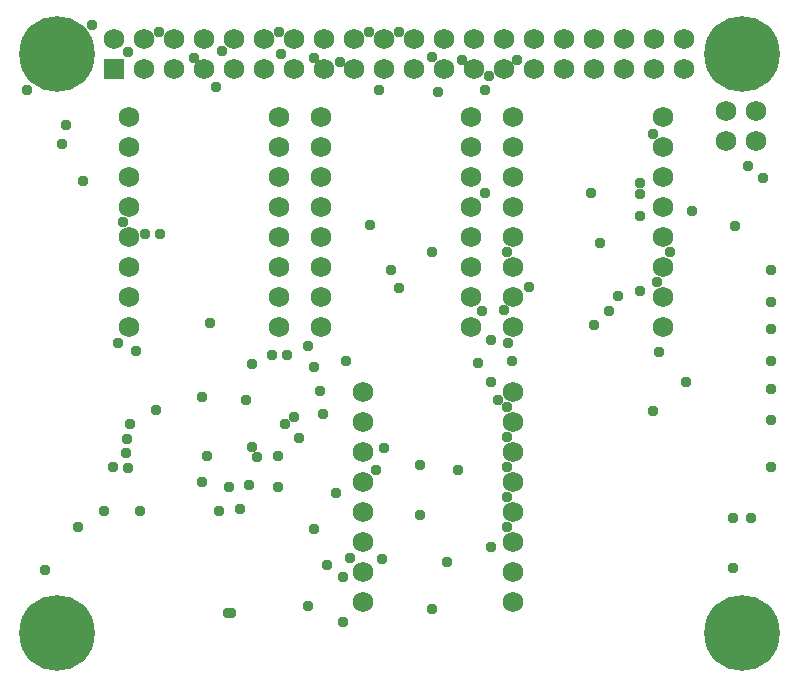
<source format=gbr>
G04 EAGLE Gerber RS-274X export*
G75*
%MOMM*%
%FSLAX34Y34*%
%LPD*%
%INSoldermask Bottom*%
%IPPOS*%
%AMOC8*
5,1,8,0,0,1.08239X$1,22.5*%
G01*
G04 Define Apertures*
%ADD10C,1.727200*%
%ADD11C,6.403200*%
%ADD12R,1.727200X1.727200*%
%ADD13C,0.959600*%
D10*
X231000Y301100D03*
X231000Y326500D03*
X231000Y351900D03*
X231000Y377300D03*
X231000Y402700D03*
X231000Y428100D03*
X231000Y453500D03*
X231000Y478900D03*
X104000Y478900D03*
X104000Y453500D03*
X104000Y428100D03*
X104000Y402700D03*
X104000Y377300D03*
X104000Y351900D03*
X104000Y326500D03*
X104000Y301100D03*
X393500Y301100D03*
X393500Y326500D03*
X393500Y351900D03*
X393500Y377300D03*
X393500Y402700D03*
X393500Y428100D03*
X393500Y453500D03*
X393500Y478900D03*
X266500Y478900D03*
X266500Y453500D03*
X266500Y428100D03*
X266500Y402700D03*
X266500Y377300D03*
X266500Y351900D03*
X266500Y326500D03*
X266500Y301100D03*
X429000Y478842D03*
X429000Y453442D03*
X429000Y428042D03*
X429000Y402642D03*
X429000Y377242D03*
X429000Y351842D03*
X429000Y326442D03*
X429000Y301042D03*
X556000Y301042D03*
X556000Y326442D03*
X556000Y351842D03*
X556000Y377242D03*
X556000Y402642D03*
X556000Y428042D03*
X556000Y453442D03*
X556000Y478842D03*
X301958Y246400D03*
X301958Y221000D03*
X301958Y195600D03*
X301958Y170200D03*
X301958Y144800D03*
X301958Y119400D03*
X301958Y94000D03*
X301958Y68600D03*
X428958Y68600D03*
X428958Y94000D03*
X428958Y119400D03*
X428958Y144800D03*
X428958Y170200D03*
X428958Y195600D03*
X428958Y221000D03*
X428958Y246400D03*
D11*
X42500Y42500D03*
X622500Y42500D03*
X622500Y532500D03*
X42500Y532500D03*
D12*
X91200Y519800D03*
D10*
X116600Y519800D03*
X142000Y519800D03*
X167400Y519800D03*
X192800Y519800D03*
X218200Y519800D03*
X91200Y545200D03*
X116600Y545200D03*
X142000Y545200D03*
X167400Y545200D03*
X192800Y545200D03*
X218200Y545200D03*
X243600Y519800D03*
X243600Y545200D03*
X269000Y519800D03*
X294400Y519800D03*
X319800Y519800D03*
X345200Y519800D03*
X370600Y519800D03*
X396000Y519800D03*
X269000Y545200D03*
X294400Y545200D03*
X319800Y545200D03*
X345200Y545200D03*
X370600Y545200D03*
X396000Y545200D03*
X421400Y519800D03*
X421400Y545200D03*
X446800Y519800D03*
X472200Y519800D03*
X497600Y519800D03*
X523000Y519800D03*
X548400Y519800D03*
X573800Y519800D03*
X446800Y545200D03*
X472200Y545200D03*
X497600Y545200D03*
X523000Y545200D03*
X548400Y545200D03*
X573800Y545200D03*
X609400Y458570D03*
X634800Y458570D03*
X609400Y483970D03*
X634800Y483970D03*
D13*
X104840Y218920D03*
X109412Y281404D03*
X94172Y287500D03*
X102388Y182344D03*
X188660Y165580D03*
X229808Y165580D03*
X278576Y161008D03*
X424880Y287500D03*
X270956Y100048D03*
X536132Y331696D03*
X290768Y106144D03*
X536132Y395704D03*
X319724Y199108D03*
X536132Y423136D03*
X46928Y456664D03*
X212316Y191488D03*
X536132Y413992D03*
X398972Y270736D03*
X126176Y231112D03*
X101792Y206728D03*
X616904Y386560D03*
X117032Y380464D03*
X416409Y239583D03*
X331916Y334744D03*
X325820Y349984D03*
X235904Y218920D03*
X243524Y225016D03*
X165800Y241780D03*
X207778Y199802D03*
X72500Y557500D03*
X17500Y502500D03*
X50000Y472500D03*
X65000Y424704D03*
X130000Y380000D03*
X172500Y305000D03*
X32500Y95296D03*
X165000Y170000D03*
X205000Y167500D03*
X98420Y390000D03*
X360000Y62500D03*
X372500Y102500D03*
X382500Y180000D03*
X350000Y142500D03*
X260000Y130000D03*
X182500Y535000D03*
X232500Y532500D03*
X177500Y505000D03*
X307500Y387500D03*
X315000Y502500D03*
X332500Y550780D03*
X307100Y550780D03*
X230900Y550780D03*
X158410Y529090D03*
X360000Y530000D03*
X365000Y500000D03*
X495000Y415000D03*
X408700Y514220D03*
X405000Y502084D03*
X580000Y400000D03*
X550420Y339142D03*
X423420Y364542D03*
X552500Y280000D03*
X575000Y255000D03*
X615000Y140000D03*
X615000Y97500D03*
X647500Y182500D03*
X647500Y222500D03*
X647500Y248844D03*
X647500Y272500D03*
X647500Y299644D03*
X647500Y322956D03*
X640000Y427500D03*
X547500Y465000D03*
X502500Y372500D03*
X360000Y365000D03*
X405000Y415000D03*
X410000Y290000D03*
X442500Y335000D03*
X421265Y315897D03*
X423378Y132100D03*
X423378Y157500D03*
X423378Y182900D03*
X423378Y208300D03*
X423378Y233700D03*
X517500Y327500D03*
X410136Y254864D03*
X103045Y534455D03*
X129300Y550780D03*
X101428Y195000D03*
X202500Y240000D03*
X247500Y207500D03*
X265000Y247500D03*
X237500Y277500D03*
X255000Y65000D03*
X317500Y105000D03*
X285000Y90000D03*
X312500Y180000D03*
X281910Y525590D03*
X260460Y529540D03*
X385245Y527745D03*
X230000Y192500D03*
X287500Y272500D03*
X260000Y267500D03*
X267500Y227500D03*
X255000Y285000D03*
X225000Y277500D03*
X207500Y270000D03*
X630000Y140000D03*
X197500Y147500D03*
X170000Y192500D03*
X410000Y115000D03*
X350000Y185000D03*
X427500Y272500D03*
X402500Y315000D03*
X497500Y302864D03*
X510000Y315000D03*
X547403Y230097D03*
X561692Y364654D03*
X90252Y182500D03*
X285000Y51996D03*
X180000Y145297D03*
X112500Y145297D03*
X82500Y145297D03*
X60020Y132500D03*
X190000Y59114D03*
X187500Y59114D03*
X647500Y350000D03*
X627500Y437500D03*
X432500Y527500D03*
M02*

</source>
